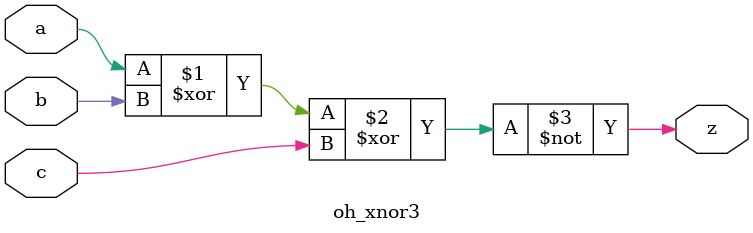
<source format=v>


module oh_xnor3 #(parameter DW = 1 ) // array width
   (
    input [DW-1:0]  a,
    input [DW-1:0]  b,
    input [DW-1:0]  c,
    output [DW-1:0] z
    );
   
   assign z =  ~(a ^ b ^ c);
   
endmodule

</source>
